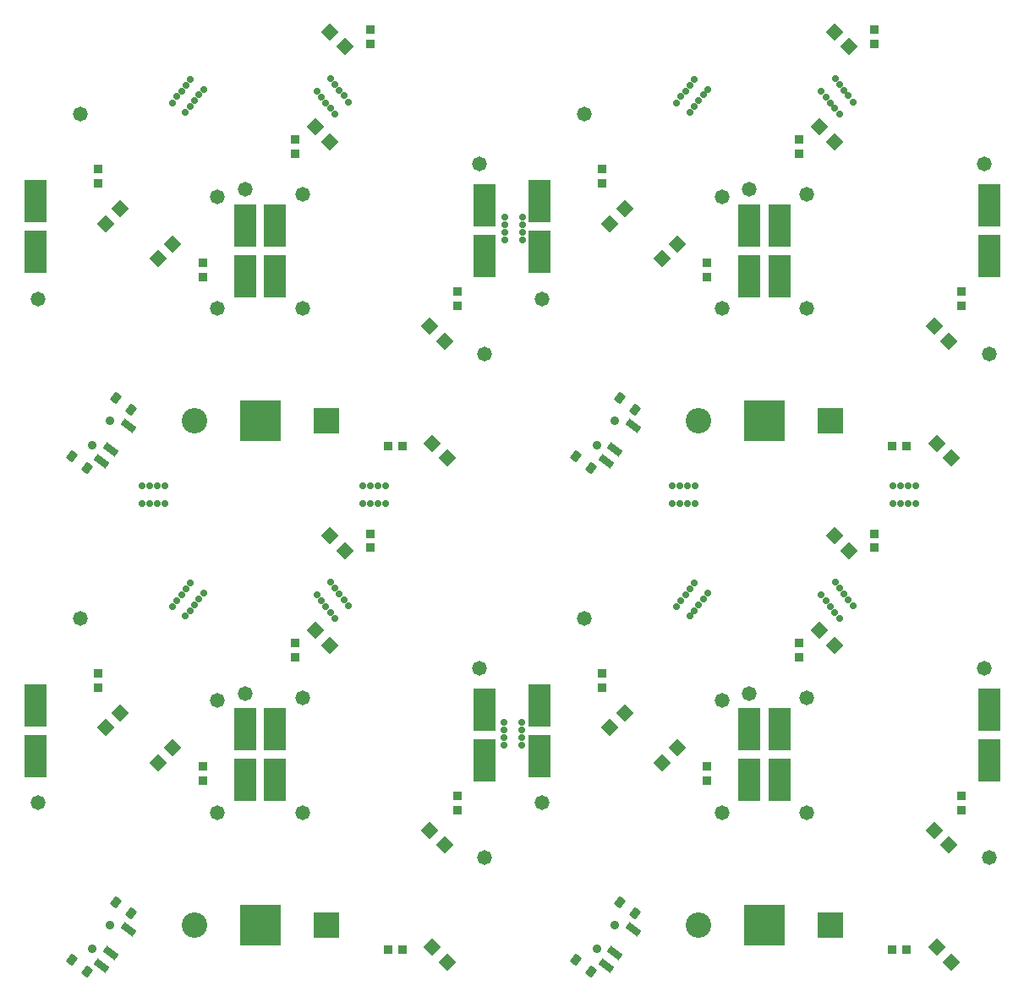
<source format=gts>
G04*
G04 #@! TF.GenerationSoftware,Altium Limited,Altium Designer,23.1.1 (15)*
G04*
G04 Layer_Color=8388736*
%FSLAX25Y25*%
%MOIN*%
G70*
G04*
G04 #@! TF.SameCoordinates,F91F9CD3-C7A0-4A43-B12F-26B318A194AE*
G04*
G04*
G04 #@! TF.FilePolarity,Negative*
G04*
G01*
G75*
G04:AMPARAMS|DCode=11|XSize=27.56mil|YSize=59.06mil|CornerRadius=0mil|HoleSize=0mil|Usage=FLASHONLY|Rotation=233.000|XOffset=0mil|YOffset=0mil|HoleType=Round|Shape=Rectangle|*
%AMROTATEDRECTD11*
4,1,4,-0.01529,0.02878,0.03188,-0.00677,0.01529,-0.02878,-0.03188,0.00677,-0.01529,0.02878,0.0*
%
%ADD11ROTATEDRECTD11*%

G04:AMPARAMS|DCode=12|XSize=39.37mil|YSize=31.5mil|CornerRadius=0mil|HoleSize=0mil|Usage=FLASHONLY|Rotation=233.000|XOffset=0mil|YOffset=0mil|HoleType=Round|Shape=Rectangle|*
%AMROTATEDRECTD12*
4,1,4,-0.00073,0.02520,0.02442,0.00624,0.00073,-0.02520,-0.02442,-0.00624,-0.00073,0.02520,0.0*
%
%ADD12ROTATEDRECTD12*%

%ADD13R,0.03788X0.03681*%
%ADD15P,0.06681X4X360.0*%
%ADD16P,0.06681X4X90.0*%
%ADD17R,0.03681X0.03788*%
%ADD23C,0.03543*%
%ADD27R,0.16391X0.16391*%
%ADD28R,0.08674X0.16548*%
%ADD29C,0.02769*%
%ADD30C,0.10052*%
%ADD31R,0.10052X0.10052*%
%ADD32C,0.05800*%
D11*
X135604Y112401D02*
D03*
X132050Y107685D02*
D03*
X142712Y121834D02*
D03*
X334423Y112401D02*
D03*
X330869Y107685D02*
D03*
X341531Y121834D02*
D03*
X135604Y311220D02*
D03*
X132050Y306504D02*
D03*
X142712Y320653D02*
D03*
X334423Y311220D02*
D03*
X330869Y306504D02*
D03*
X341531Y320653D02*
D03*
D12*
X143561Y128096D02*
D03*
X126265Y105143D02*
D03*
X137493Y132669D02*
D03*
X120197Y109716D02*
D03*
X342380Y128096D02*
D03*
X325084Y105143D02*
D03*
X336312Y132669D02*
D03*
X319016Y109716D02*
D03*
X143561Y326915D02*
D03*
X126265Y303962D02*
D03*
X137493Y331487D02*
D03*
X120197Y308535D02*
D03*
X342380Y326915D02*
D03*
X325084Y303962D02*
D03*
X336312Y331487D02*
D03*
X319016Y308535D02*
D03*
D13*
X272244Y174667D02*
D03*
Y169034D02*
D03*
X208268Y234706D02*
D03*
Y229073D02*
D03*
X171792Y186114D02*
D03*
Y180481D02*
D03*
X130512Y217262D02*
D03*
Y222895D02*
D03*
X237795Y278013D02*
D03*
Y272380D02*
D03*
X471063Y174667D02*
D03*
Y169034D02*
D03*
X407087Y234706D02*
D03*
Y229073D02*
D03*
X370610Y186114D02*
D03*
Y180481D02*
D03*
X329331Y217262D02*
D03*
Y222895D02*
D03*
X436614Y278013D02*
D03*
Y272380D02*
D03*
X272244Y373486D02*
D03*
Y367853D02*
D03*
X208268Y433525D02*
D03*
Y427892D02*
D03*
X171792Y384933D02*
D03*
Y379300D02*
D03*
X130512Y416081D02*
D03*
Y421714D02*
D03*
X237795Y476832D02*
D03*
Y471199D02*
D03*
X471063Y373486D02*
D03*
Y367853D02*
D03*
X407087Y433525D02*
D03*
Y427892D02*
D03*
X370610Y384933D02*
D03*
Y379300D02*
D03*
X329331Y416081D02*
D03*
Y421714D02*
D03*
X436614Y476832D02*
D03*
Y471199D02*
D03*
D15*
X227893Y271319D02*
D03*
X222047Y277165D02*
D03*
Y233858D02*
D03*
X216201Y239704D02*
D03*
X268277Y108888D02*
D03*
X262431Y114734D02*
D03*
X267264Y155177D02*
D03*
X261417Y161024D02*
D03*
X426712Y271319D02*
D03*
X420866Y277165D02*
D03*
Y233858D02*
D03*
X415020Y239704D02*
D03*
X467096Y108888D02*
D03*
X461250Y114734D02*
D03*
X466082Y155177D02*
D03*
X460236Y161024D02*
D03*
X227893Y470138D02*
D03*
X222047Y475984D02*
D03*
Y432677D02*
D03*
X216201Y438523D02*
D03*
X268277Y307707D02*
D03*
X262431Y313553D02*
D03*
X267264Y353996D02*
D03*
X261417Y359842D02*
D03*
X426712Y470138D02*
D03*
X420866Y475984D02*
D03*
Y432677D02*
D03*
X415020Y438523D02*
D03*
X467096Y307707D02*
D03*
X461250Y313553D02*
D03*
X466082Y353996D02*
D03*
X460236Y359842D02*
D03*
D16*
X160010Y193474D02*
D03*
X154164Y187628D02*
D03*
X133494Y201408D02*
D03*
X139340Y207254D02*
D03*
X358829Y193474D02*
D03*
X352982Y187628D02*
D03*
X332313Y201408D02*
D03*
X338159Y207254D02*
D03*
X160010Y392293D02*
D03*
X154164Y386447D02*
D03*
X133494Y400226D02*
D03*
X139340Y406073D02*
D03*
X358829Y392293D02*
D03*
X352982Y386447D02*
D03*
X332313Y400226D02*
D03*
X338159Y406073D02*
D03*
D17*
X250454Y113779D02*
D03*
X244821D02*
D03*
X449273D02*
D03*
X443640D02*
D03*
X250454Y312598D02*
D03*
X244821D02*
D03*
X449273D02*
D03*
X443640D02*
D03*
D23*
X135433Y123622D02*
D03*
X128325Y114189D02*
D03*
X334252Y123622D02*
D03*
X327144Y114189D02*
D03*
X135433Y322441D02*
D03*
X128325Y313008D02*
D03*
X334252Y322441D02*
D03*
X327144Y313008D02*
D03*
D27*
X194488Y123622D02*
D03*
X393307D02*
D03*
X194488Y322441D02*
D03*
X393307D02*
D03*
D28*
X200394Y180709D02*
D03*
Y200709D02*
D03*
X188583Y180709D02*
D03*
Y200709D02*
D03*
X283071Y208583D02*
D03*
Y188583D02*
D03*
X105905Y190236D02*
D03*
Y210236D02*
D03*
X399213Y180709D02*
D03*
Y200709D02*
D03*
X387402Y180709D02*
D03*
Y200709D02*
D03*
X481890Y208583D02*
D03*
Y188583D02*
D03*
X304724Y190236D02*
D03*
Y210236D02*
D03*
X200394Y379528D02*
D03*
Y399528D02*
D03*
X188583Y379528D02*
D03*
Y399528D02*
D03*
X283071Y407402D02*
D03*
Y387402D02*
D03*
X105905Y389055D02*
D03*
Y409055D02*
D03*
X399213Y379528D02*
D03*
Y399528D02*
D03*
X387402Y379528D02*
D03*
Y399528D02*
D03*
X481890Y407402D02*
D03*
Y387402D02*
D03*
X304724Y389055D02*
D03*
Y409055D02*
D03*
D29*
X290669Y194386D02*
D03*
Y197386D02*
D03*
Y200386D02*
D03*
Y203386D02*
D03*
X297669D02*
D03*
Y197386D02*
D03*
Y194386D02*
D03*
Y200386D02*
D03*
X297913Y402858D02*
D03*
Y399858D02*
D03*
Y396858D02*
D03*
Y393858D02*
D03*
X290913D02*
D03*
Y399858D02*
D03*
Y402858D02*
D03*
Y396858D02*
D03*
X453000Y290000D02*
D03*
X450000D02*
D03*
X447000D02*
D03*
X444000D02*
D03*
Y297000D02*
D03*
X450000D02*
D03*
X453000D02*
D03*
X447000D02*
D03*
X360000D02*
D03*
X366000D02*
D03*
X363000D02*
D03*
X357000D02*
D03*
Y290000D02*
D03*
X360000D02*
D03*
X363000D02*
D03*
X366000D02*
D03*
X235000Y297000D02*
D03*
X238000D02*
D03*
X241000D02*
D03*
X244000D02*
D03*
Y290000D02*
D03*
X238000D02*
D03*
X235000D02*
D03*
X241000D02*
D03*
X154000D02*
D03*
X148000D02*
D03*
X151000D02*
D03*
X157000D02*
D03*
Y297000D02*
D03*
X154000D02*
D03*
X151000D02*
D03*
X148000D02*
D03*
X229416Y249496D02*
D03*
X227616Y251896D02*
D03*
X225716Y254196D02*
D03*
X224016Y256496D02*
D03*
X222316Y258796D02*
D03*
X172129Y254538D02*
D03*
X170329Y252238D02*
D03*
X168629Y249938D02*
D03*
X166929Y247638D02*
D03*
X165029Y245438D02*
D03*
X216916Y253785D02*
D03*
X218716Y251485D02*
D03*
X220416Y249185D02*
D03*
X222116Y246885D02*
D03*
X224016Y244685D02*
D03*
X159829Y249165D02*
D03*
X161629Y251565D02*
D03*
X163529Y253865D02*
D03*
X165229Y256165D02*
D03*
X166929Y258465D02*
D03*
X428235Y249496D02*
D03*
X426435Y251896D02*
D03*
X424535Y254196D02*
D03*
X422835Y256496D02*
D03*
X421135Y258796D02*
D03*
X370948Y254538D02*
D03*
X369148Y252238D02*
D03*
X367448Y249938D02*
D03*
X365748Y247638D02*
D03*
X363848Y245438D02*
D03*
X415735Y253785D02*
D03*
X417535Y251485D02*
D03*
X419235Y249185D02*
D03*
X420935Y246885D02*
D03*
X422835Y244685D02*
D03*
X358648Y249165D02*
D03*
X360448Y251565D02*
D03*
X362348Y253865D02*
D03*
X364048Y256165D02*
D03*
X365748Y258465D02*
D03*
X229416Y448315D02*
D03*
X227616Y450715D02*
D03*
X225716Y453015D02*
D03*
X224016Y455315D02*
D03*
X222316Y457615D02*
D03*
X172129Y453357D02*
D03*
X170329Y451057D02*
D03*
X168629Y448757D02*
D03*
X166929Y446457D02*
D03*
X165029Y444257D02*
D03*
X216916Y452604D02*
D03*
X218716Y450304D02*
D03*
X220416Y448004D02*
D03*
X222116Y445704D02*
D03*
X224016Y443504D02*
D03*
X159829Y447984D02*
D03*
X161629Y450384D02*
D03*
X163529Y452683D02*
D03*
X165229Y454984D02*
D03*
X166929Y457283D02*
D03*
X428235Y448315D02*
D03*
X426435Y450715D02*
D03*
X424535Y453015D02*
D03*
X422835Y455315D02*
D03*
X421135Y457615D02*
D03*
X370948Y453357D02*
D03*
X369148Y451057D02*
D03*
X367448Y448757D02*
D03*
X365748Y446457D02*
D03*
X363848Y444257D02*
D03*
X415735Y452604D02*
D03*
X417535Y450304D02*
D03*
X419235Y448004D02*
D03*
X420935Y445704D02*
D03*
X422835Y443504D02*
D03*
X358648Y447984D02*
D03*
X360448Y450384D02*
D03*
X362348Y452683D02*
D03*
X364048Y454984D02*
D03*
X365748Y457283D02*
D03*
D30*
X168484Y123622D02*
D03*
X367303D02*
D03*
X168484Y322441D02*
D03*
X367303D02*
D03*
D31*
X220492Y123622D02*
D03*
X419311D02*
D03*
X220492Y322441D02*
D03*
X419311D02*
D03*
D32*
X188583Y214961D02*
D03*
X211221Y167913D02*
D03*
Y213189D02*
D03*
X177756Y167913D02*
D03*
Y212205D02*
D03*
X123622Y244685D02*
D03*
X106890Y171850D02*
D03*
X283071Y150197D02*
D03*
X281102Y225000D02*
D03*
X387402Y214961D02*
D03*
X410039Y167913D02*
D03*
Y213189D02*
D03*
X376575Y167913D02*
D03*
Y212205D02*
D03*
X322441Y244685D02*
D03*
X305709Y171850D02*
D03*
X481890Y150197D02*
D03*
X479921Y225000D02*
D03*
X188583Y413779D02*
D03*
X211221Y366732D02*
D03*
Y412008D02*
D03*
X177756Y366732D02*
D03*
Y411024D02*
D03*
X123622Y443504D02*
D03*
X106890Y370669D02*
D03*
X283071Y349016D02*
D03*
X281102Y423819D02*
D03*
X387402Y413779D02*
D03*
X410039Y366732D02*
D03*
Y412008D02*
D03*
X376575Y366732D02*
D03*
Y411024D02*
D03*
X322441Y443504D02*
D03*
X305709Y370669D02*
D03*
X481890Y349016D02*
D03*
X479921Y423819D02*
D03*
M02*

</source>
